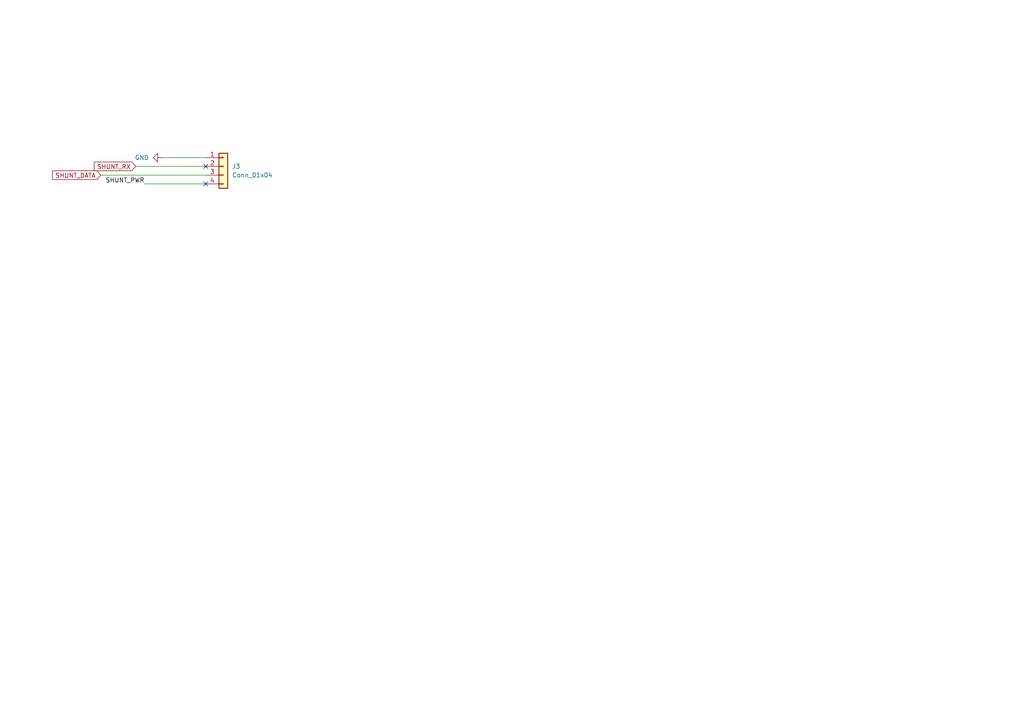
<source format=kicad_sch>
(kicad_sch (version 20250114) (generator "eeschema") (generator_version "9.0")
  (paper "A4")
  (lib_symbols
    (symbol "Connector_Generic:Conn_01x04" (pin_names (offset 1.016) (hide yes))
      (property "Reference" "J" (at 0 5.08 0))
      (property "Value" "Conn_01x04" (at 0 -7.62 0))
      (symbol "Conn_01x04_1_1"
        (rectangle (start -1.27 3.81) (end 1.27 -6.35) (stroke (width 0.254)) (fill (type background)))
        (rectangle (start -1.27 2.667) (end 0 2.413) (stroke (width 0.1524)))
        (rectangle (start -1.27 0.127) (end 0 -0.127) (stroke (width 0.1524)))
        (rectangle (start -1.27 -2.413) (end 0 -2.667) (stroke (width 0.1524)))
        (rectangle (start -1.27 -4.953) (end 0 -5.207) (stroke (width 0.1524)))
        (pin passive line (at -5.08 2.54 0) (length 3.81) (name "Pin_1") (number "1"))
        (pin passive line (at -5.08 0 0) (length 3.81) (name "Pin_2") (number "2"))
        (pin passive line (at -5.08 -2.54 0) (length 3.81) (name "Pin_3") (number "3"))
        (pin passive line (at -5.08 -5.08 0) (length 3.81) (name "Pin_4") (number "4"))
      )
    )
    (symbol "power:GND" (power) (pin_numbers (hide yes)) (pin_names (offset 0) (hide yes))
      (property "Value" "GND" (at 0 -3.81 0))
      (symbol "GND_0_1"
        (polyline (pts (xy 0 0) (xy 0 -1.27) (xy 1.27 -1.27) (xy 0 -2.54) (xy -1.27 -1.27) (xy 0 -1.27)))
      )
      (symbol "GND_1_1"
        (pin power_in line (at 0 0 270) (length 0) (name "~") (number "1"))
      )
    )
  )
  (no_connect (at 59.69 48.26))
  (no_connect (at 59.69 53.34))
  (wire (pts (xy 46.99 45.72) (xy 59.69 45.72)))
  (wire (pts (xy 29.21 50.8) (xy 59.69 50.8)))
  (wire (pts (xy 41.91 53.34) (xy 59.69 53.34)))
  (wire (pts (xy 39.37 48.26) (xy 59.69 48.26)))
  (label "SHUNT_PWR" (at 41.91 53.34 180))
  (global_label "SHUNT_RX" (shape input) (at 39.37 48.26 180) (property "Intersheetrefs" "${INTERSHEET_REFS}" (effects (hide yes))))
  (global_label "SHUNT_DATA" (shape input) (at 29.21 50.8 180) (property "Intersheetrefs" "${INTERSHEET_REFS}" (effects (hide yes))))
  (symbol (lib_id "power:GND") (at 46.99 45.72 270) (unit 1)
    (property "Reference" "#PWR06" (effects (hide yes)))
    (property "Value" "GND" (at 43.18 45.7199 90) (effects (justify right)))
    (property "Description" "Power symbol creates a global label with name \"GND\" , ground" (effects (hide yes)))
  )
  (symbol (lib_id "Connector_Generic:Conn_01x04") (at 64.77 48.26 0) (unit 1)
    (property "Reference" "J3" (at 67.31 48.2599 0) (effects (justify left)))
    (property "Value" "Conn_01x04" (at 67.31 50.7999 0) (effects (justify left)))
    (property "Footprint" "Connector:GenericPad_01x04" (effects (hide yes)))
    (property "Description" "Generic connector, single row, 01x04, script generated (kicad-library-utils/schlib/autogen/connector/)" (effects (hide yes)))
  )
)
</source>
